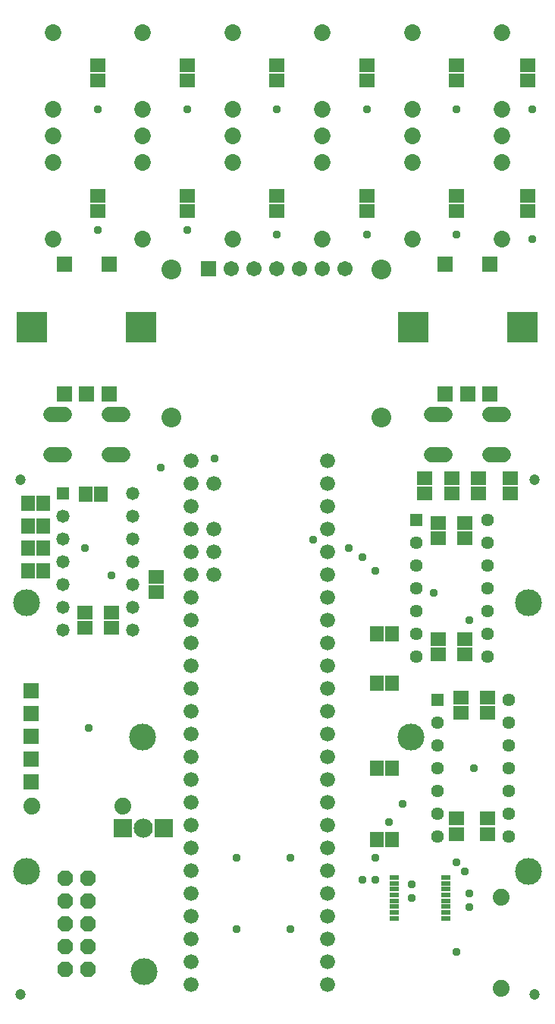
<source format=gbr>
G04 EAGLE Gerber RS-274X export*
G75*
%MOMM*%
%FSLAX34Y34*%
%LPD*%
%INSoldermask Bottom*%
%IPPOS*%
%AMOC8*
5,1,8,0,0,1.08239X$1,22.5*%
G01*
%ADD10C,1.879600*%
%ADD11R,1.711200X1.711200*%
%ADD12R,3.419200X3.419200*%
%ADD13P,1.869504X8X112.500000*%
%ADD14C,1.676400*%
%ADD15R,2.133600X2.133600*%
%ADD16C,2.133600*%
%ADD17C,3.003200*%
%ADD18C,1.853200*%
%ADD19C,1.727200*%
%ADD20C,2.203200*%
%ADD21C,1.711200*%
%ADD22R,1.470200X1.470200*%
%ADD23C,1.470200*%
%ADD24C,1.203200*%
%ADD25R,1.103200X0.553200*%
%ADD26R,1.441200X1.441200*%
%ADD27C,1.441200*%
%ADD28R,1.703200X1.503200*%
%ADD29R,1.503200X1.703200*%
%ADD30C,0.959600*%


D10*
X26120Y222750D03*
X127720Y222750D03*
D11*
X62350Y681920D03*
X87350Y681920D03*
X112350Y681920D03*
X62350Y826920D03*
X112350Y826920D03*
D12*
X26350Y756920D03*
X148350Y756920D03*
D13*
X63310Y40450D03*
X63310Y65850D03*
X63310Y91250D03*
X63310Y116650D03*
X63310Y142050D03*
X88710Y40450D03*
X88710Y65850D03*
X88710Y91250D03*
X88710Y116650D03*
X88710Y142050D03*
D14*
X356160Y556610D03*
X356160Y531210D03*
X356160Y505810D03*
X356160Y480410D03*
X356160Y455010D03*
X356160Y429610D03*
X356160Y404210D03*
X356160Y378810D03*
X356160Y353410D03*
X356160Y328010D03*
X356160Y302610D03*
X356160Y277210D03*
X203760Y277210D03*
X203760Y302610D03*
X203760Y328010D03*
X203760Y353410D03*
X203760Y378810D03*
X203760Y404210D03*
X203760Y429610D03*
X203760Y455010D03*
X203760Y480410D03*
X203760Y505810D03*
X203760Y531210D03*
X356160Y582010D03*
X203760Y556610D03*
X203760Y582010D03*
X356160Y607410D03*
X203760Y607410D03*
X356160Y251810D03*
X203760Y251810D03*
X356160Y226410D03*
X356160Y201010D03*
X356160Y175610D03*
X356160Y150210D03*
X356160Y124810D03*
X356160Y99410D03*
X356160Y74010D03*
X356160Y48610D03*
X356160Y23210D03*
X203760Y23210D03*
X203760Y48610D03*
X203760Y74010D03*
X203760Y99410D03*
X203760Y124810D03*
X203760Y150210D03*
X203760Y175610D03*
X203760Y201010D03*
X203760Y226410D03*
X229160Y582010D03*
X229160Y531210D03*
X229160Y505810D03*
X229160Y480410D03*
D15*
X127660Y197744D03*
D16*
X150520Y197744D03*
D15*
X173380Y197744D03*
D17*
X151790Y37724D03*
D18*
X551180Y855002D03*
X551180Y940002D03*
X551180Y970002D03*
X250190Y1085050D03*
X250190Y1000050D03*
X250190Y970050D03*
X149860Y1085050D03*
X149860Y1000050D03*
X149860Y970050D03*
X49530Y1085050D03*
X49530Y1000050D03*
X49530Y970050D03*
X450850Y855002D03*
X450850Y940002D03*
X450850Y970002D03*
X350520Y855002D03*
X350520Y940002D03*
X350520Y970002D03*
X250190Y855002D03*
X250190Y940002D03*
X250190Y970002D03*
X149860Y855002D03*
X149860Y940002D03*
X149860Y970002D03*
X49530Y855002D03*
X49530Y940002D03*
X49530Y970002D03*
X551180Y1085050D03*
X551180Y1000050D03*
X551180Y970050D03*
X450850Y1085050D03*
X450850Y1000050D03*
X450850Y970050D03*
X350520Y1085050D03*
X350520Y1000050D03*
X350520Y970050D03*
D19*
X127582Y614364D02*
X112342Y614364D01*
X112342Y659576D02*
X127582Y659576D01*
X62558Y614364D02*
X47318Y614364D01*
X47318Y659576D02*
X62558Y659576D01*
X537772Y614164D02*
X553012Y614164D01*
X553012Y659376D02*
X537772Y659376D01*
X487988Y614164D02*
X472748Y614164D01*
X472748Y659376D02*
X487988Y659376D01*
D11*
X487780Y681820D03*
X512780Y681820D03*
X537780Y681820D03*
X487780Y826820D03*
X537780Y826820D03*
D12*
X451780Y756820D03*
X573780Y756820D03*
D20*
X181850Y820805D03*
X416610Y820805D03*
D11*
X223250Y821600D03*
D21*
X248650Y821600D03*
X274050Y821600D03*
X299450Y821600D03*
X324850Y821600D03*
X350250Y821600D03*
X375650Y821600D03*
D20*
X416610Y655705D03*
X181850Y655705D03*
D22*
X60950Y571200D03*
D23*
X60950Y545800D03*
X60950Y520400D03*
X60950Y495000D03*
X60950Y469600D03*
X60950Y444200D03*
X60950Y418800D03*
X139050Y418800D03*
X139050Y444200D03*
X139050Y469600D03*
X139050Y495000D03*
X139050Y520400D03*
X139050Y545800D03*
X139050Y571200D03*
D17*
X20355Y449645D03*
X580355Y449645D03*
X20355Y149645D03*
X580355Y149645D03*
D24*
X13355Y586645D03*
X587355Y586645D03*
X13355Y12645D03*
X587355Y12645D03*
D17*
X149895Y299505D03*
X449615Y299505D03*
D11*
X25400Y351080D03*
X25400Y325680D03*
X25400Y300280D03*
X25400Y274880D03*
X25400Y249480D03*
D25*
X431250Y97250D03*
X431250Y103750D03*
X431250Y110250D03*
X431250Y116750D03*
X431250Y123250D03*
X431250Y129750D03*
X431250Y136250D03*
X431250Y142750D03*
X488750Y142750D03*
X488750Y136250D03*
X488750Y129750D03*
X488750Y123250D03*
X488750Y116750D03*
X488750Y110250D03*
X488750Y103750D03*
X488750Y97250D03*
D26*
X479200Y341200D03*
D27*
X479200Y315800D03*
X479200Y290400D03*
X479200Y265000D03*
X479200Y239600D03*
X479200Y214200D03*
X479200Y188800D03*
X558600Y188800D03*
X558600Y214200D03*
X558600Y239600D03*
X558600Y265000D03*
X558600Y290400D03*
X558600Y315800D03*
X558600Y341200D03*
D26*
X455300Y541200D03*
D27*
X455300Y515800D03*
X455300Y490400D03*
X455300Y465000D03*
X455300Y439600D03*
X455300Y414200D03*
X455300Y388800D03*
X534700Y388800D03*
X534700Y414200D03*
X534700Y439600D03*
X534700Y465000D03*
X534700Y490400D03*
X534700Y515800D03*
X534700Y541200D03*
D10*
X550000Y120800D03*
X550000Y19200D03*
D28*
X100000Y1031500D03*
X100000Y1048500D03*
X200000Y1048500D03*
X200000Y1031500D03*
X100000Y903500D03*
X100000Y886500D03*
X200000Y886500D03*
X200000Y903500D03*
X300000Y1031500D03*
X300000Y1048500D03*
X400000Y1031500D03*
X400000Y1048500D03*
X580000Y1031500D03*
X580000Y1048500D03*
X500000Y1031500D03*
X500000Y1048500D03*
X300000Y886500D03*
X300000Y903500D03*
X400000Y886500D03*
X400000Y903500D03*
X500000Y886500D03*
X500000Y903500D03*
X580000Y886500D03*
X580000Y903500D03*
X480000Y521500D03*
X480000Y538500D03*
X465000Y588500D03*
X465000Y571500D03*
X495000Y588500D03*
X495000Y571500D03*
X480000Y408500D03*
X480000Y391500D03*
X510000Y391500D03*
X510000Y408500D03*
X560000Y571500D03*
X560000Y588500D03*
D29*
X103500Y570000D03*
X86500Y570000D03*
D28*
X85000Y438500D03*
X85000Y421500D03*
X165000Y461500D03*
X165000Y478500D03*
X115000Y438500D03*
X115000Y421500D03*
D29*
X38500Y560000D03*
X21500Y560000D03*
X21500Y535000D03*
X38500Y535000D03*
X21500Y510000D03*
X38500Y510000D03*
X38500Y485000D03*
X21500Y485000D03*
X411500Y185000D03*
X428500Y185000D03*
X411500Y265000D03*
X428500Y265000D03*
X428500Y360000D03*
X411500Y360000D03*
X428500Y415000D03*
X411500Y415000D03*
D28*
X505000Y326500D03*
X505000Y343500D03*
X500000Y208500D03*
X500000Y191500D03*
X535000Y191500D03*
X535000Y208500D03*
X535000Y343500D03*
X535000Y326500D03*
X525000Y571500D03*
X525000Y588500D03*
X510000Y538500D03*
X510000Y521500D03*
D30*
X230000Y610000D03*
X255000Y85000D03*
X315000Y85000D03*
X380000Y510000D03*
X170000Y600000D03*
X500000Y60000D03*
X520000Y265000D03*
X515000Y430000D03*
X255000Y165000D03*
X315000Y165000D03*
X340000Y520000D03*
X410000Y165000D03*
X85000Y510000D03*
X115000Y480000D03*
X90000Y310000D03*
X100000Y1000000D03*
X200000Y1000000D03*
X100000Y865000D03*
X200000Y865000D03*
X395000Y140000D03*
X425000Y205000D03*
X450000Y120000D03*
X515000Y110000D03*
X395000Y500000D03*
X510000Y150000D03*
X410000Y140000D03*
X440000Y225000D03*
X450000Y135000D03*
X515000Y125000D03*
X410000Y485000D03*
X500000Y160000D03*
X400000Y860000D03*
X500000Y860000D03*
X300000Y860000D03*
X585000Y855000D03*
X300000Y1000000D03*
X400000Y1000000D03*
X475000Y460000D03*
X500000Y1000000D03*
X585000Y1000000D03*
M02*

</source>
